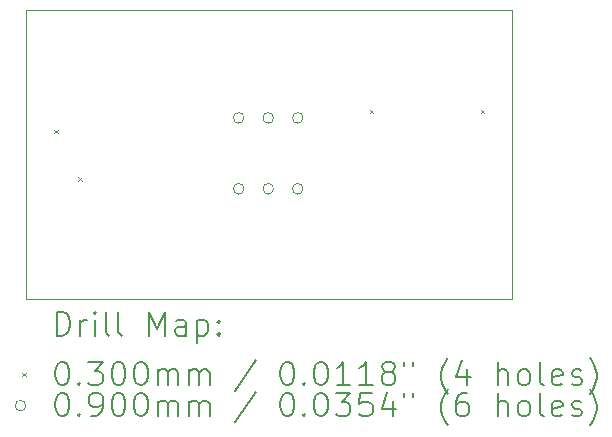
<source format=gbr>
%TF.GenerationSoftware,KiCad,Pcbnew,8.0.8*%
%TF.CreationDate,2025-03-16T01:19:41+08:00*%
%TF.ProjectId,TwoWayAudioSwitch-V1,54776f57-6179-4417-9564-696f53776974,rev?*%
%TF.SameCoordinates,Original*%
%TF.FileFunction,Drillmap*%
%TF.FilePolarity,Positive*%
%FSLAX45Y45*%
G04 Gerber Fmt 4.5, Leading zero omitted, Abs format (unit mm)*
G04 Created by KiCad (PCBNEW 8.0.8) date 2025-03-16 01:19:41*
%MOMM*%
%LPD*%
G01*
G04 APERTURE LIST*
%ADD10C,0.050000*%
%ADD11C,0.200000*%
%ADD12C,0.100000*%
G04 APERTURE END LIST*
D10*
X11017250Y-6301740D02*
X15129510Y-6301740D01*
X15129510Y-8742680D01*
X11017250Y-8742680D01*
X11017250Y-6301740D01*
D11*
D12*
X11254780Y-7312900D02*
X11284780Y-7342900D01*
X11284780Y-7312900D02*
X11254780Y-7342900D01*
X11458180Y-7714220D02*
X11488180Y-7744220D01*
X11488180Y-7714220D02*
X11458180Y-7744220D01*
X13927060Y-7142720D02*
X13957060Y-7172720D01*
X13957060Y-7142720D02*
X13927060Y-7172720D01*
X14866180Y-7143560D02*
X14896180Y-7173560D01*
X14896180Y-7143560D02*
X14866180Y-7173560D01*
X12862220Y-7213600D02*
G75*
G02*
X12772220Y-7213600I-45000J0D01*
G01*
X12772220Y-7213600D02*
G75*
G02*
X12862220Y-7213600I45000J0D01*
G01*
X12862220Y-7813600D02*
G75*
G02*
X12772220Y-7813600I-45000J0D01*
G01*
X12772220Y-7813600D02*
G75*
G02*
X12862220Y-7813600I45000J0D01*
G01*
X13112220Y-7213600D02*
G75*
G02*
X13022220Y-7213600I-45000J0D01*
G01*
X13022220Y-7213600D02*
G75*
G02*
X13112220Y-7213600I45000J0D01*
G01*
X13112220Y-7813600D02*
G75*
G02*
X13022220Y-7813600I-45000J0D01*
G01*
X13022220Y-7813600D02*
G75*
G02*
X13112220Y-7813600I45000J0D01*
G01*
X13362220Y-7213600D02*
G75*
G02*
X13272220Y-7213600I-45000J0D01*
G01*
X13272220Y-7213600D02*
G75*
G02*
X13362220Y-7213600I45000J0D01*
G01*
X13362220Y-7813600D02*
G75*
G02*
X13272220Y-7813600I-45000J0D01*
G01*
X13272220Y-7813600D02*
G75*
G02*
X13362220Y-7813600I45000J0D01*
G01*
D11*
X11275527Y-9056664D02*
X11275527Y-8856664D01*
X11275527Y-8856664D02*
X11323146Y-8856664D01*
X11323146Y-8856664D02*
X11351717Y-8866188D01*
X11351717Y-8866188D02*
X11370765Y-8885235D01*
X11370765Y-8885235D02*
X11380289Y-8904283D01*
X11380289Y-8904283D02*
X11389812Y-8942378D01*
X11389812Y-8942378D02*
X11389812Y-8970950D01*
X11389812Y-8970950D02*
X11380289Y-9009045D01*
X11380289Y-9009045D02*
X11370765Y-9028092D01*
X11370765Y-9028092D02*
X11351717Y-9047140D01*
X11351717Y-9047140D02*
X11323146Y-9056664D01*
X11323146Y-9056664D02*
X11275527Y-9056664D01*
X11475527Y-9056664D02*
X11475527Y-8923330D01*
X11475527Y-8961426D02*
X11485051Y-8942378D01*
X11485051Y-8942378D02*
X11494574Y-8932854D01*
X11494574Y-8932854D02*
X11513622Y-8923330D01*
X11513622Y-8923330D02*
X11532670Y-8923330D01*
X11599336Y-9056664D02*
X11599336Y-8923330D01*
X11599336Y-8856664D02*
X11589812Y-8866188D01*
X11589812Y-8866188D02*
X11599336Y-8875711D01*
X11599336Y-8875711D02*
X11608860Y-8866188D01*
X11608860Y-8866188D02*
X11599336Y-8856664D01*
X11599336Y-8856664D02*
X11599336Y-8875711D01*
X11723146Y-9056664D02*
X11704098Y-9047140D01*
X11704098Y-9047140D02*
X11694574Y-9028092D01*
X11694574Y-9028092D02*
X11694574Y-8856664D01*
X11827908Y-9056664D02*
X11808860Y-9047140D01*
X11808860Y-9047140D02*
X11799336Y-9028092D01*
X11799336Y-9028092D02*
X11799336Y-8856664D01*
X12056479Y-9056664D02*
X12056479Y-8856664D01*
X12056479Y-8856664D02*
X12123146Y-8999521D01*
X12123146Y-8999521D02*
X12189812Y-8856664D01*
X12189812Y-8856664D02*
X12189812Y-9056664D01*
X12370765Y-9056664D02*
X12370765Y-8951902D01*
X12370765Y-8951902D02*
X12361241Y-8932854D01*
X12361241Y-8932854D02*
X12342193Y-8923330D01*
X12342193Y-8923330D02*
X12304098Y-8923330D01*
X12304098Y-8923330D02*
X12285051Y-8932854D01*
X12370765Y-9047140D02*
X12351717Y-9056664D01*
X12351717Y-9056664D02*
X12304098Y-9056664D01*
X12304098Y-9056664D02*
X12285051Y-9047140D01*
X12285051Y-9047140D02*
X12275527Y-9028092D01*
X12275527Y-9028092D02*
X12275527Y-9009045D01*
X12275527Y-9009045D02*
X12285051Y-8989997D01*
X12285051Y-8989997D02*
X12304098Y-8980473D01*
X12304098Y-8980473D02*
X12351717Y-8980473D01*
X12351717Y-8980473D02*
X12370765Y-8970950D01*
X12466003Y-8923330D02*
X12466003Y-9123330D01*
X12466003Y-8932854D02*
X12485051Y-8923330D01*
X12485051Y-8923330D02*
X12523146Y-8923330D01*
X12523146Y-8923330D02*
X12542193Y-8932854D01*
X12542193Y-8932854D02*
X12551717Y-8942378D01*
X12551717Y-8942378D02*
X12561241Y-8961426D01*
X12561241Y-8961426D02*
X12561241Y-9018569D01*
X12561241Y-9018569D02*
X12551717Y-9037616D01*
X12551717Y-9037616D02*
X12542193Y-9047140D01*
X12542193Y-9047140D02*
X12523146Y-9056664D01*
X12523146Y-9056664D02*
X12485051Y-9056664D01*
X12485051Y-9056664D02*
X12466003Y-9047140D01*
X12646955Y-9037616D02*
X12656479Y-9047140D01*
X12656479Y-9047140D02*
X12646955Y-9056664D01*
X12646955Y-9056664D02*
X12637432Y-9047140D01*
X12637432Y-9047140D02*
X12646955Y-9037616D01*
X12646955Y-9037616D02*
X12646955Y-9056664D01*
X12646955Y-8932854D02*
X12656479Y-8942378D01*
X12656479Y-8942378D02*
X12646955Y-8951902D01*
X12646955Y-8951902D02*
X12637432Y-8942378D01*
X12637432Y-8942378D02*
X12646955Y-8932854D01*
X12646955Y-8932854D02*
X12646955Y-8951902D01*
D12*
X10984750Y-9370180D02*
X11014750Y-9400180D01*
X11014750Y-9370180D02*
X10984750Y-9400180D01*
D11*
X11313622Y-9276664D02*
X11332670Y-9276664D01*
X11332670Y-9276664D02*
X11351717Y-9286188D01*
X11351717Y-9286188D02*
X11361241Y-9295711D01*
X11361241Y-9295711D02*
X11370765Y-9314759D01*
X11370765Y-9314759D02*
X11380289Y-9352854D01*
X11380289Y-9352854D02*
X11380289Y-9400473D01*
X11380289Y-9400473D02*
X11370765Y-9438569D01*
X11370765Y-9438569D02*
X11361241Y-9457616D01*
X11361241Y-9457616D02*
X11351717Y-9467140D01*
X11351717Y-9467140D02*
X11332670Y-9476664D01*
X11332670Y-9476664D02*
X11313622Y-9476664D01*
X11313622Y-9476664D02*
X11294574Y-9467140D01*
X11294574Y-9467140D02*
X11285051Y-9457616D01*
X11285051Y-9457616D02*
X11275527Y-9438569D01*
X11275527Y-9438569D02*
X11266003Y-9400473D01*
X11266003Y-9400473D02*
X11266003Y-9352854D01*
X11266003Y-9352854D02*
X11275527Y-9314759D01*
X11275527Y-9314759D02*
X11285051Y-9295711D01*
X11285051Y-9295711D02*
X11294574Y-9286188D01*
X11294574Y-9286188D02*
X11313622Y-9276664D01*
X11466003Y-9457616D02*
X11475527Y-9467140D01*
X11475527Y-9467140D02*
X11466003Y-9476664D01*
X11466003Y-9476664D02*
X11456479Y-9467140D01*
X11456479Y-9467140D02*
X11466003Y-9457616D01*
X11466003Y-9457616D02*
X11466003Y-9476664D01*
X11542193Y-9276664D02*
X11666003Y-9276664D01*
X11666003Y-9276664D02*
X11599336Y-9352854D01*
X11599336Y-9352854D02*
X11627908Y-9352854D01*
X11627908Y-9352854D02*
X11646955Y-9362378D01*
X11646955Y-9362378D02*
X11656479Y-9371902D01*
X11656479Y-9371902D02*
X11666003Y-9390950D01*
X11666003Y-9390950D02*
X11666003Y-9438569D01*
X11666003Y-9438569D02*
X11656479Y-9457616D01*
X11656479Y-9457616D02*
X11646955Y-9467140D01*
X11646955Y-9467140D02*
X11627908Y-9476664D01*
X11627908Y-9476664D02*
X11570765Y-9476664D01*
X11570765Y-9476664D02*
X11551717Y-9467140D01*
X11551717Y-9467140D02*
X11542193Y-9457616D01*
X11789812Y-9276664D02*
X11808860Y-9276664D01*
X11808860Y-9276664D02*
X11827908Y-9286188D01*
X11827908Y-9286188D02*
X11837432Y-9295711D01*
X11837432Y-9295711D02*
X11846955Y-9314759D01*
X11846955Y-9314759D02*
X11856479Y-9352854D01*
X11856479Y-9352854D02*
X11856479Y-9400473D01*
X11856479Y-9400473D02*
X11846955Y-9438569D01*
X11846955Y-9438569D02*
X11837432Y-9457616D01*
X11837432Y-9457616D02*
X11827908Y-9467140D01*
X11827908Y-9467140D02*
X11808860Y-9476664D01*
X11808860Y-9476664D02*
X11789812Y-9476664D01*
X11789812Y-9476664D02*
X11770765Y-9467140D01*
X11770765Y-9467140D02*
X11761241Y-9457616D01*
X11761241Y-9457616D02*
X11751717Y-9438569D01*
X11751717Y-9438569D02*
X11742193Y-9400473D01*
X11742193Y-9400473D02*
X11742193Y-9352854D01*
X11742193Y-9352854D02*
X11751717Y-9314759D01*
X11751717Y-9314759D02*
X11761241Y-9295711D01*
X11761241Y-9295711D02*
X11770765Y-9286188D01*
X11770765Y-9286188D02*
X11789812Y-9276664D01*
X11980289Y-9276664D02*
X11999336Y-9276664D01*
X11999336Y-9276664D02*
X12018384Y-9286188D01*
X12018384Y-9286188D02*
X12027908Y-9295711D01*
X12027908Y-9295711D02*
X12037432Y-9314759D01*
X12037432Y-9314759D02*
X12046955Y-9352854D01*
X12046955Y-9352854D02*
X12046955Y-9400473D01*
X12046955Y-9400473D02*
X12037432Y-9438569D01*
X12037432Y-9438569D02*
X12027908Y-9457616D01*
X12027908Y-9457616D02*
X12018384Y-9467140D01*
X12018384Y-9467140D02*
X11999336Y-9476664D01*
X11999336Y-9476664D02*
X11980289Y-9476664D01*
X11980289Y-9476664D02*
X11961241Y-9467140D01*
X11961241Y-9467140D02*
X11951717Y-9457616D01*
X11951717Y-9457616D02*
X11942193Y-9438569D01*
X11942193Y-9438569D02*
X11932670Y-9400473D01*
X11932670Y-9400473D02*
X11932670Y-9352854D01*
X11932670Y-9352854D02*
X11942193Y-9314759D01*
X11942193Y-9314759D02*
X11951717Y-9295711D01*
X11951717Y-9295711D02*
X11961241Y-9286188D01*
X11961241Y-9286188D02*
X11980289Y-9276664D01*
X12132670Y-9476664D02*
X12132670Y-9343330D01*
X12132670Y-9362378D02*
X12142193Y-9352854D01*
X12142193Y-9352854D02*
X12161241Y-9343330D01*
X12161241Y-9343330D02*
X12189813Y-9343330D01*
X12189813Y-9343330D02*
X12208860Y-9352854D01*
X12208860Y-9352854D02*
X12218384Y-9371902D01*
X12218384Y-9371902D02*
X12218384Y-9476664D01*
X12218384Y-9371902D02*
X12227908Y-9352854D01*
X12227908Y-9352854D02*
X12246955Y-9343330D01*
X12246955Y-9343330D02*
X12275527Y-9343330D01*
X12275527Y-9343330D02*
X12294574Y-9352854D01*
X12294574Y-9352854D02*
X12304098Y-9371902D01*
X12304098Y-9371902D02*
X12304098Y-9476664D01*
X12399336Y-9476664D02*
X12399336Y-9343330D01*
X12399336Y-9362378D02*
X12408860Y-9352854D01*
X12408860Y-9352854D02*
X12427908Y-9343330D01*
X12427908Y-9343330D02*
X12456479Y-9343330D01*
X12456479Y-9343330D02*
X12475527Y-9352854D01*
X12475527Y-9352854D02*
X12485051Y-9371902D01*
X12485051Y-9371902D02*
X12485051Y-9476664D01*
X12485051Y-9371902D02*
X12494574Y-9352854D01*
X12494574Y-9352854D02*
X12513622Y-9343330D01*
X12513622Y-9343330D02*
X12542193Y-9343330D01*
X12542193Y-9343330D02*
X12561241Y-9352854D01*
X12561241Y-9352854D02*
X12570765Y-9371902D01*
X12570765Y-9371902D02*
X12570765Y-9476664D01*
X12961241Y-9267140D02*
X12789813Y-9524283D01*
X13218384Y-9276664D02*
X13237432Y-9276664D01*
X13237432Y-9276664D02*
X13256479Y-9286188D01*
X13256479Y-9286188D02*
X13266003Y-9295711D01*
X13266003Y-9295711D02*
X13275527Y-9314759D01*
X13275527Y-9314759D02*
X13285051Y-9352854D01*
X13285051Y-9352854D02*
X13285051Y-9400473D01*
X13285051Y-9400473D02*
X13275527Y-9438569D01*
X13275527Y-9438569D02*
X13266003Y-9457616D01*
X13266003Y-9457616D02*
X13256479Y-9467140D01*
X13256479Y-9467140D02*
X13237432Y-9476664D01*
X13237432Y-9476664D02*
X13218384Y-9476664D01*
X13218384Y-9476664D02*
X13199336Y-9467140D01*
X13199336Y-9467140D02*
X13189813Y-9457616D01*
X13189813Y-9457616D02*
X13180289Y-9438569D01*
X13180289Y-9438569D02*
X13170765Y-9400473D01*
X13170765Y-9400473D02*
X13170765Y-9352854D01*
X13170765Y-9352854D02*
X13180289Y-9314759D01*
X13180289Y-9314759D02*
X13189813Y-9295711D01*
X13189813Y-9295711D02*
X13199336Y-9286188D01*
X13199336Y-9286188D02*
X13218384Y-9276664D01*
X13370765Y-9457616D02*
X13380289Y-9467140D01*
X13380289Y-9467140D02*
X13370765Y-9476664D01*
X13370765Y-9476664D02*
X13361241Y-9467140D01*
X13361241Y-9467140D02*
X13370765Y-9457616D01*
X13370765Y-9457616D02*
X13370765Y-9476664D01*
X13504098Y-9276664D02*
X13523146Y-9276664D01*
X13523146Y-9276664D02*
X13542194Y-9286188D01*
X13542194Y-9286188D02*
X13551717Y-9295711D01*
X13551717Y-9295711D02*
X13561241Y-9314759D01*
X13561241Y-9314759D02*
X13570765Y-9352854D01*
X13570765Y-9352854D02*
X13570765Y-9400473D01*
X13570765Y-9400473D02*
X13561241Y-9438569D01*
X13561241Y-9438569D02*
X13551717Y-9457616D01*
X13551717Y-9457616D02*
X13542194Y-9467140D01*
X13542194Y-9467140D02*
X13523146Y-9476664D01*
X13523146Y-9476664D02*
X13504098Y-9476664D01*
X13504098Y-9476664D02*
X13485051Y-9467140D01*
X13485051Y-9467140D02*
X13475527Y-9457616D01*
X13475527Y-9457616D02*
X13466003Y-9438569D01*
X13466003Y-9438569D02*
X13456479Y-9400473D01*
X13456479Y-9400473D02*
X13456479Y-9352854D01*
X13456479Y-9352854D02*
X13466003Y-9314759D01*
X13466003Y-9314759D02*
X13475527Y-9295711D01*
X13475527Y-9295711D02*
X13485051Y-9286188D01*
X13485051Y-9286188D02*
X13504098Y-9276664D01*
X13761241Y-9476664D02*
X13646956Y-9476664D01*
X13704098Y-9476664D02*
X13704098Y-9276664D01*
X13704098Y-9276664D02*
X13685051Y-9305235D01*
X13685051Y-9305235D02*
X13666003Y-9324283D01*
X13666003Y-9324283D02*
X13646956Y-9333807D01*
X13951717Y-9476664D02*
X13837432Y-9476664D01*
X13894575Y-9476664D02*
X13894575Y-9276664D01*
X13894575Y-9276664D02*
X13875527Y-9305235D01*
X13875527Y-9305235D02*
X13856479Y-9324283D01*
X13856479Y-9324283D02*
X13837432Y-9333807D01*
X14066003Y-9362378D02*
X14046956Y-9352854D01*
X14046956Y-9352854D02*
X14037432Y-9343330D01*
X14037432Y-9343330D02*
X14027908Y-9324283D01*
X14027908Y-9324283D02*
X14027908Y-9314759D01*
X14027908Y-9314759D02*
X14037432Y-9295711D01*
X14037432Y-9295711D02*
X14046956Y-9286188D01*
X14046956Y-9286188D02*
X14066003Y-9276664D01*
X14066003Y-9276664D02*
X14104098Y-9276664D01*
X14104098Y-9276664D02*
X14123146Y-9286188D01*
X14123146Y-9286188D02*
X14132670Y-9295711D01*
X14132670Y-9295711D02*
X14142194Y-9314759D01*
X14142194Y-9314759D02*
X14142194Y-9324283D01*
X14142194Y-9324283D02*
X14132670Y-9343330D01*
X14132670Y-9343330D02*
X14123146Y-9352854D01*
X14123146Y-9352854D02*
X14104098Y-9362378D01*
X14104098Y-9362378D02*
X14066003Y-9362378D01*
X14066003Y-9362378D02*
X14046956Y-9371902D01*
X14046956Y-9371902D02*
X14037432Y-9381426D01*
X14037432Y-9381426D02*
X14027908Y-9400473D01*
X14027908Y-9400473D02*
X14027908Y-9438569D01*
X14027908Y-9438569D02*
X14037432Y-9457616D01*
X14037432Y-9457616D02*
X14046956Y-9467140D01*
X14046956Y-9467140D02*
X14066003Y-9476664D01*
X14066003Y-9476664D02*
X14104098Y-9476664D01*
X14104098Y-9476664D02*
X14123146Y-9467140D01*
X14123146Y-9467140D02*
X14132670Y-9457616D01*
X14132670Y-9457616D02*
X14142194Y-9438569D01*
X14142194Y-9438569D02*
X14142194Y-9400473D01*
X14142194Y-9400473D02*
X14132670Y-9381426D01*
X14132670Y-9381426D02*
X14123146Y-9371902D01*
X14123146Y-9371902D02*
X14104098Y-9362378D01*
X14218384Y-9276664D02*
X14218384Y-9314759D01*
X14294575Y-9276664D02*
X14294575Y-9314759D01*
X14589813Y-9552854D02*
X14580289Y-9543330D01*
X14580289Y-9543330D02*
X14561241Y-9514759D01*
X14561241Y-9514759D02*
X14551718Y-9495711D01*
X14551718Y-9495711D02*
X14542194Y-9467140D01*
X14542194Y-9467140D02*
X14532670Y-9419521D01*
X14532670Y-9419521D02*
X14532670Y-9381426D01*
X14532670Y-9381426D02*
X14542194Y-9333807D01*
X14542194Y-9333807D02*
X14551718Y-9305235D01*
X14551718Y-9305235D02*
X14561241Y-9286188D01*
X14561241Y-9286188D02*
X14580289Y-9257616D01*
X14580289Y-9257616D02*
X14589813Y-9248092D01*
X14751718Y-9343330D02*
X14751718Y-9476664D01*
X14704098Y-9267140D02*
X14656479Y-9409997D01*
X14656479Y-9409997D02*
X14780289Y-9409997D01*
X15008860Y-9476664D02*
X15008860Y-9276664D01*
X15094575Y-9476664D02*
X15094575Y-9371902D01*
X15094575Y-9371902D02*
X15085051Y-9352854D01*
X15085051Y-9352854D02*
X15066003Y-9343330D01*
X15066003Y-9343330D02*
X15037432Y-9343330D01*
X15037432Y-9343330D02*
X15018384Y-9352854D01*
X15018384Y-9352854D02*
X15008860Y-9362378D01*
X15218384Y-9476664D02*
X15199337Y-9467140D01*
X15199337Y-9467140D02*
X15189813Y-9457616D01*
X15189813Y-9457616D02*
X15180289Y-9438569D01*
X15180289Y-9438569D02*
X15180289Y-9381426D01*
X15180289Y-9381426D02*
X15189813Y-9362378D01*
X15189813Y-9362378D02*
X15199337Y-9352854D01*
X15199337Y-9352854D02*
X15218384Y-9343330D01*
X15218384Y-9343330D02*
X15246956Y-9343330D01*
X15246956Y-9343330D02*
X15266003Y-9352854D01*
X15266003Y-9352854D02*
X15275527Y-9362378D01*
X15275527Y-9362378D02*
X15285051Y-9381426D01*
X15285051Y-9381426D02*
X15285051Y-9438569D01*
X15285051Y-9438569D02*
X15275527Y-9457616D01*
X15275527Y-9457616D02*
X15266003Y-9467140D01*
X15266003Y-9467140D02*
X15246956Y-9476664D01*
X15246956Y-9476664D02*
X15218384Y-9476664D01*
X15399337Y-9476664D02*
X15380289Y-9467140D01*
X15380289Y-9467140D02*
X15370765Y-9448092D01*
X15370765Y-9448092D02*
X15370765Y-9276664D01*
X15551718Y-9467140D02*
X15532670Y-9476664D01*
X15532670Y-9476664D02*
X15494575Y-9476664D01*
X15494575Y-9476664D02*
X15475527Y-9467140D01*
X15475527Y-9467140D02*
X15466003Y-9448092D01*
X15466003Y-9448092D02*
X15466003Y-9371902D01*
X15466003Y-9371902D02*
X15475527Y-9352854D01*
X15475527Y-9352854D02*
X15494575Y-9343330D01*
X15494575Y-9343330D02*
X15532670Y-9343330D01*
X15532670Y-9343330D02*
X15551718Y-9352854D01*
X15551718Y-9352854D02*
X15561241Y-9371902D01*
X15561241Y-9371902D02*
X15561241Y-9390950D01*
X15561241Y-9390950D02*
X15466003Y-9409997D01*
X15637432Y-9467140D02*
X15656480Y-9476664D01*
X15656480Y-9476664D02*
X15694575Y-9476664D01*
X15694575Y-9476664D02*
X15713622Y-9467140D01*
X15713622Y-9467140D02*
X15723146Y-9448092D01*
X15723146Y-9448092D02*
X15723146Y-9438569D01*
X15723146Y-9438569D02*
X15713622Y-9419521D01*
X15713622Y-9419521D02*
X15694575Y-9409997D01*
X15694575Y-9409997D02*
X15666003Y-9409997D01*
X15666003Y-9409997D02*
X15646956Y-9400473D01*
X15646956Y-9400473D02*
X15637432Y-9381426D01*
X15637432Y-9381426D02*
X15637432Y-9371902D01*
X15637432Y-9371902D02*
X15646956Y-9352854D01*
X15646956Y-9352854D02*
X15666003Y-9343330D01*
X15666003Y-9343330D02*
X15694575Y-9343330D01*
X15694575Y-9343330D02*
X15713622Y-9352854D01*
X15789813Y-9552854D02*
X15799337Y-9543330D01*
X15799337Y-9543330D02*
X15818384Y-9514759D01*
X15818384Y-9514759D02*
X15827908Y-9495711D01*
X15827908Y-9495711D02*
X15837432Y-9467140D01*
X15837432Y-9467140D02*
X15846956Y-9419521D01*
X15846956Y-9419521D02*
X15846956Y-9381426D01*
X15846956Y-9381426D02*
X15837432Y-9333807D01*
X15837432Y-9333807D02*
X15827908Y-9305235D01*
X15827908Y-9305235D02*
X15818384Y-9286188D01*
X15818384Y-9286188D02*
X15799337Y-9257616D01*
X15799337Y-9257616D02*
X15789813Y-9248092D01*
D12*
X11014750Y-9649180D02*
G75*
G02*
X10924750Y-9649180I-45000J0D01*
G01*
X10924750Y-9649180D02*
G75*
G02*
X11014750Y-9649180I45000J0D01*
G01*
D11*
X11313622Y-9540664D02*
X11332670Y-9540664D01*
X11332670Y-9540664D02*
X11351717Y-9550188D01*
X11351717Y-9550188D02*
X11361241Y-9559711D01*
X11361241Y-9559711D02*
X11370765Y-9578759D01*
X11370765Y-9578759D02*
X11380289Y-9616854D01*
X11380289Y-9616854D02*
X11380289Y-9664473D01*
X11380289Y-9664473D02*
X11370765Y-9702569D01*
X11370765Y-9702569D02*
X11361241Y-9721616D01*
X11361241Y-9721616D02*
X11351717Y-9731140D01*
X11351717Y-9731140D02*
X11332670Y-9740664D01*
X11332670Y-9740664D02*
X11313622Y-9740664D01*
X11313622Y-9740664D02*
X11294574Y-9731140D01*
X11294574Y-9731140D02*
X11285051Y-9721616D01*
X11285051Y-9721616D02*
X11275527Y-9702569D01*
X11275527Y-9702569D02*
X11266003Y-9664473D01*
X11266003Y-9664473D02*
X11266003Y-9616854D01*
X11266003Y-9616854D02*
X11275527Y-9578759D01*
X11275527Y-9578759D02*
X11285051Y-9559711D01*
X11285051Y-9559711D02*
X11294574Y-9550188D01*
X11294574Y-9550188D02*
X11313622Y-9540664D01*
X11466003Y-9721616D02*
X11475527Y-9731140D01*
X11475527Y-9731140D02*
X11466003Y-9740664D01*
X11466003Y-9740664D02*
X11456479Y-9731140D01*
X11456479Y-9731140D02*
X11466003Y-9721616D01*
X11466003Y-9721616D02*
X11466003Y-9740664D01*
X11570765Y-9740664D02*
X11608860Y-9740664D01*
X11608860Y-9740664D02*
X11627908Y-9731140D01*
X11627908Y-9731140D02*
X11637432Y-9721616D01*
X11637432Y-9721616D02*
X11656479Y-9693045D01*
X11656479Y-9693045D02*
X11666003Y-9654950D01*
X11666003Y-9654950D02*
X11666003Y-9578759D01*
X11666003Y-9578759D02*
X11656479Y-9559711D01*
X11656479Y-9559711D02*
X11646955Y-9550188D01*
X11646955Y-9550188D02*
X11627908Y-9540664D01*
X11627908Y-9540664D02*
X11589812Y-9540664D01*
X11589812Y-9540664D02*
X11570765Y-9550188D01*
X11570765Y-9550188D02*
X11561241Y-9559711D01*
X11561241Y-9559711D02*
X11551717Y-9578759D01*
X11551717Y-9578759D02*
X11551717Y-9626378D01*
X11551717Y-9626378D02*
X11561241Y-9645426D01*
X11561241Y-9645426D02*
X11570765Y-9654950D01*
X11570765Y-9654950D02*
X11589812Y-9664473D01*
X11589812Y-9664473D02*
X11627908Y-9664473D01*
X11627908Y-9664473D02*
X11646955Y-9654950D01*
X11646955Y-9654950D02*
X11656479Y-9645426D01*
X11656479Y-9645426D02*
X11666003Y-9626378D01*
X11789812Y-9540664D02*
X11808860Y-9540664D01*
X11808860Y-9540664D02*
X11827908Y-9550188D01*
X11827908Y-9550188D02*
X11837432Y-9559711D01*
X11837432Y-9559711D02*
X11846955Y-9578759D01*
X11846955Y-9578759D02*
X11856479Y-9616854D01*
X11856479Y-9616854D02*
X11856479Y-9664473D01*
X11856479Y-9664473D02*
X11846955Y-9702569D01*
X11846955Y-9702569D02*
X11837432Y-9721616D01*
X11837432Y-9721616D02*
X11827908Y-9731140D01*
X11827908Y-9731140D02*
X11808860Y-9740664D01*
X11808860Y-9740664D02*
X11789812Y-9740664D01*
X11789812Y-9740664D02*
X11770765Y-9731140D01*
X11770765Y-9731140D02*
X11761241Y-9721616D01*
X11761241Y-9721616D02*
X11751717Y-9702569D01*
X11751717Y-9702569D02*
X11742193Y-9664473D01*
X11742193Y-9664473D02*
X11742193Y-9616854D01*
X11742193Y-9616854D02*
X11751717Y-9578759D01*
X11751717Y-9578759D02*
X11761241Y-9559711D01*
X11761241Y-9559711D02*
X11770765Y-9550188D01*
X11770765Y-9550188D02*
X11789812Y-9540664D01*
X11980289Y-9540664D02*
X11999336Y-9540664D01*
X11999336Y-9540664D02*
X12018384Y-9550188D01*
X12018384Y-9550188D02*
X12027908Y-9559711D01*
X12027908Y-9559711D02*
X12037432Y-9578759D01*
X12037432Y-9578759D02*
X12046955Y-9616854D01*
X12046955Y-9616854D02*
X12046955Y-9664473D01*
X12046955Y-9664473D02*
X12037432Y-9702569D01*
X12037432Y-9702569D02*
X12027908Y-9721616D01*
X12027908Y-9721616D02*
X12018384Y-9731140D01*
X12018384Y-9731140D02*
X11999336Y-9740664D01*
X11999336Y-9740664D02*
X11980289Y-9740664D01*
X11980289Y-9740664D02*
X11961241Y-9731140D01*
X11961241Y-9731140D02*
X11951717Y-9721616D01*
X11951717Y-9721616D02*
X11942193Y-9702569D01*
X11942193Y-9702569D02*
X11932670Y-9664473D01*
X11932670Y-9664473D02*
X11932670Y-9616854D01*
X11932670Y-9616854D02*
X11942193Y-9578759D01*
X11942193Y-9578759D02*
X11951717Y-9559711D01*
X11951717Y-9559711D02*
X11961241Y-9550188D01*
X11961241Y-9550188D02*
X11980289Y-9540664D01*
X12132670Y-9740664D02*
X12132670Y-9607330D01*
X12132670Y-9626378D02*
X12142193Y-9616854D01*
X12142193Y-9616854D02*
X12161241Y-9607330D01*
X12161241Y-9607330D02*
X12189813Y-9607330D01*
X12189813Y-9607330D02*
X12208860Y-9616854D01*
X12208860Y-9616854D02*
X12218384Y-9635902D01*
X12218384Y-9635902D02*
X12218384Y-9740664D01*
X12218384Y-9635902D02*
X12227908Y-9616854D01*
X12227908Y-9616854D02*
X12246955Y-9607330D01*
X12246955Y-9607330D02*
X12275527Y-9607330D01*
X12275527Y-9607330D02*
X12294574Y-9616854D01*
X12294574Y-9616854D02*
X12304098Y-9635902D01*
X12304098Y-9635902D02*
X12304098Y-9740664D01*
X12399336Y-9740664D02*
X12399336Y-9607330D01*
X12399336Y-9626378D02*
X12408860Y-9616854D01*
X12408860Y-9616854D02*
X12427908Y-9607330D01*
X12427908Y-9607330D02*
X12456479Y-9607330D01*
X12456479Y-9607330D02*
X12475527Y-9616854D01*
X12475527Y-9616854D02*
X12485051Y-9635902D01*
X12485051Y-9635902D02*
X12485051Y-9740664D01*
X12485051Y-9635902D02*
X12494574Y-9616854D01*
X12494574Y-9616854D02*
X12513622Y-9607330D01*
X12513622Y-9607330D02*
X12542193Y-9607330D01*
X12542193Y-9607330D02*
X12561241Y-9616854D01*
X12561241Y-9616854D02*
X12570765Y-9635902D01*
X12570765Y-9635902D02*
X12570765Y-9740664D01*
X12961241Y-9531140D02*
X12789813Y-9788283D01*
X13218384Y-9540664D02*
X13237432Y-9540664D01*
X13237432Y-9540664D02*
X13256479Y-9550188D01*
X13256479Y-9550188D02*
X13266003Y-9559711D01*
X13266003Y-9559711D02*
X13275527Y-9578759D01*
X13275527Y-9578759D02*
X13285051Y-9616854D01*
X13285051Y-9616854D02*
X13285051Y-9664473D01*
X13285051Y-9664473D02*
X13275527Y-9702569D01*
X13275527Y-9702569D02*
X13266003Y-9721616D01*
X13266003Y-9721616D02*
X13256479Y-9731140D01*
X13256479Y-9731140D02*
X13237432Y-9740664D01*
X13237432Y-9740664D02*
X13218384Y-9740664D01*
X13218384Y-9740664D02*
X13199336Y-9731140D01*
X13199336Y-9731140D02*
X13189813Y-9721616D01*
X13189813Y-9721616D02*
X13180289Y-9702569D01*
X13180289Y-9702569D02*
X13170765Y-9664473D01*
X13170765Y-9664473D02*
X13170765Y-9616854D01*
X13170765Y-9616854D02*
X13180289Y-9578759D01*
X13180289Y-9578759D02*
X13189813Y-9559711D01*
X13189813Y-9559711D02*
X13199336Y-9550188D01*
X13199336Y-9550188D02*
X13218384Y-9540664D01*
X13370765Y-9721616D02*
X13380289Y-9731140D01*
X13380289Y-9731140D02*
X13370765Y-9740664D01*
X13370765Y-9740664D02*
X13361241Y-9731140D01*
X13361241Y-9731140D02*
X13370765Y-9721616D01*
X13370765Y-9721616D02*
X13370765Y-9740664D01*
X13504098Y-9540664D02*
X13523146Y-9540664D01*
X13523146Y-9540664D02*
X13542194Y-9550188D01*
X13542194Y-9550188D02*
X13551717Y-9559711D01*
X13551717Y-9559711D02*
X13561241Y-9578759D01*
X13561241Y-9578759D02*
X13570765Y-9616854D01*
X13570765Y-9616854D02*
X13570765Y-9664473D01*
X13570765Y-9664473D02*
X13561241Y-9702569D01*
X13561241Y-9702569D02*
X13551717Y-9721616D01*
X13551717Y-9721616D02*
X13542194Y-9731140D01*
X13542194Y-9731140D02*
X13523146Y-9740664D01*
X13523146Y-9740664D02*
X13504098Y-9740664D01*
X13504098Y-9740664D02*
X13485051Y-9731140D01*
X13485051Y-9731140D02*
X13475527Y-9721616D01*
X13475527Y-9721616D02*
X13466003Y-9702569D01*
X13466003Y-9702569D02*
X13456479Y-9664473D01*
X13456479Y-9664473D02*
X13456479Y-9616854D01*
X13456479Y-9616854D02*
X13466003Y-9578759D01*
X13466003Y-9578759D02*
X13475527Y-9559711D01*
X13475527Y-9559711D02*
X13485051Y-9550188D01*
X13485051Y-9550188D02*
X13504098Y-9540664D01*
X13637432Y-9540664D02*
X13761241Y-9540664D01*
X13761241Y-9540664D02*
X13694575Y-9616854D01*
X13694575Y-9616854D02*
X13723146Y-9616854D01*
X13723146Y-9616854D02*
X13742194Y-9626378D01*
X13742194Y-9626378D02*
X13751717Y-9635902D01*
X13751717Y-9635902D02*
X13761241Y-9654950D01*
X13761241Y-9654950D02*
X13761241Y-9702569D01*
X13761241Y-9702569D02*
X13751717Y-9721616D01*
X13751717Y-9721616D02*
X13742194Y-9731140D01*
X13742194Y-9731140D02*
X13723146Y-9740664D01*
X13723146Y-9740664D02*
X13666003Y-9740664D01*
X13666003Y-9740664D02*
X13646956Y-9731140D01*
X13646956Y-9731140D02*
X13637432Y-9721616D01*
X13942194Y-9540664D02*
X13846956Y-9540664D01*
X13846956Y-9540664D02*
X13837432Y-9635902D01*
X13837432Y-9635902D02*
X13846956Y-9626378D01*
X13846956Y-9626378D02*
X13866003Y-9616854D01*
X13866003Y-9616854D02*
X13913622Y-9616854D01*
X13913622Y-9616854D02*
X13932670Y-9626378D01*
X13932670Y-9626378D02*
X13942194Y-9635902D01*
X13942194Y-9635902D02*
X13951717Y-9654950D01*
X13951717Y-9654950D02*
X13951717Y-9702569D01*
X13951717Y-9702569D02*
X13942194Y-9721616D01*
X13942194Y-9721616D02*
X13932670Y-9731140D01*
X13932670Y-9731140D02*
X13913622Y-9740664D01*
X13913622Y-9740664D02*
X13866003Y-9740664D01*
X13866003Y-9740664D02*
X13846956Y-9731140D01*
X13846956Y-9731140D02*
X13837432Y-9721616D01*
X14123146Y-9607330D02*
X14123146Y-9740664D01*
X14075527Y-9531140D02*
X14027908Y-9673997D01*
X14027908Y-9673997D02*
X14151717Y-9673997D01*
X14218384Y-9540664D02*
X14218384Y-9578759D01*
X14294575Y-9540664D02*
X14294575Y-9578759D01*
X14589813Y-9816854D02*
X14580289Y-9807330D01*
X14580289Y-9807330D02*
X14561241Y-9778759D01*
X14561241Y-9778759D02*
X14551718Y-9759711D01*
X14551718Y-9759711D02*
X14542194Y-9731140D01*
X14542194Y-9731140D02*
X14532670Y-9683521D01*
X14532670Y-9683521D02*
X14532670Y-9645426D01*
X14532670Y-9645426D02*
X14542194Y-9597807D01*
X14542194Y-9597807D02*
X14551718Y-9569235D01*
X14551718Y-9569235D02*
X14561241Y-9550188D01*
X14561241Y-9550188D02*
X14580289Y-9521616D01*
X14580289Y-9521616D02*
X14589813Y-9512092D01*
X14751718Y-9540664D02*
X14713622Y-9540664D01*
X14713622Y-9540664D02*
X14694575Y-9550188D01*
X14694575Y-9550188D02*
X14685051Y-9559711D01*
X14685051Y-9559711D02*
X14666003Y-9588283D01*
X14666003Y-9588283D02*
X14656479Y-9626378D01*
X14656479Y-9626378D02*
X14656479Y-9702569D01*
X14656479Y-9702569D02*
X14666003Y-9721616D01*
X14666003Y-9721616D02*
X14675527Y-9731140D01*
X14675527Y-9731140D02*
X14694575Y-9740664D01*
X14694575Y-9740664D02*
X14732670Y-9740664D01*
X14732670Y-9740664D02*
X14751718Y-9731140D01*
X14751718Y-9731140D02*
X14761241Y-9721616D01*
X14761241Y-9721616D02*
X14770765Y-9702569D01*
X14770765Y-9702569D02*
X14770765Y-9654950D01*
X14770765Y-9654950D02*
X14761241Y-9635902D01*
X14761241Y-9635902D02*
X14751718Y-9626378D01*
X14751718Y-9626378D02*
X14732670Y-9616854D01*
X14732670Y-9616854D02*
X14694575Y-9616854D01*
X14694575Y-9616854D02*
X14675527Y-9626378D01*
X14675527Y-9626378D02*
X14666003Y-9635902D01*
X14666003Y-9635902D02*
X14656479Y-9654950D01*
X15008860Y-9740664D02*
X15008860Y-9540664D01*
X15094575Y-9740664D02*
X15094575Y-9635902D01*
X15094575Y-9635902D02*
X15085051Y-9616854D01*
X15085051Y-9616854D02*
X15066003Y-9607330D01*
X15066003Y-9607330D02*
X15037432Y-9607330D01*
X15037432Y-9607330D02*
X15018384Y-9616854D01*
X15018384Y-9616854D02*
X15008860Y-9626378D01*
X15218384Y-9740664D02*
X15199337Y-9731140D01*
X15199337Y-9731140D02*
X15189813Y-9721616D01*
X15189813Y-9721616D02*
X15180289Y-9702569D01*
X15180289Y-9702569D02*
X15180289Y-9645426D01*
X15180289Y-9645426D02*
X15189813Y-9626378D01*
X15189813Y-9626378D02*
X15199337Y-9616854D01*
X15199337Y-9616854D02*
X15218384Y-9607330D01*
X15218384Y-9607330D02*
X15246956Y-9607330D01*
X15246956Y-9607330D02*
X15266003Y-9616854D01*
X15266003Y-9616854D02*
X15275527Y-9626378D01*
X15275527Y-9626378D02*
X15285051Y-9645426D01*
X15285051Y-9645426D02*
X15285051Y-9702569D01*
X15285051Y-9702569D02*
X15275527Y-9721616D01*
X15275527Y-9721616D02*
X15266003Y-9731140D01*
X15266003Y-9731140D02*
X15246956Y-9740664D01*
X15246956Y-9740664D02*
X15218384Y-9740664D01*
X15399337Y-9740664D02*
X15380289Y-9731140D01*
X15380289Y-9731140D02*
X15370765Y-9712092D01*
X15370765Y-9712092D02*
X15370765Y-9540664D01*
X15551718Y-9731140D02*
X15532670Y-9740664D01*
X15532670Y-9740664D02*
X15494575Y-9740664D01*
X15494575Y-9740664D02*
X15475527Y-9731140D01*
X15475527Y-9731140D02*
X15466003Y-9712092D01*
X15466003Y-9712092D02*
X15466003Y-9635902D01*
X15466003Y-9635902D02*
X15475527Y-9616854D01*
X15475527Y-9616854D02*
X15494575Y-9607330D01*
X15494575Y-9607330D02*
X15532670Y-9607330D01*
X15532670Y-9607330D02*
X15551718Y-9616854D01*
X15551718Y-9616854D02*
X15561241Y-9635902D01*
X15561241Y-9635902D02*
X15561241Y-9654950D01*
X15561241Y-9654950D02*
X15466003Y-9673997D01*
X15637432Y-9731140D02*
X15656480Y-9740664D01*
X15656480Y-9740664D02*
X15694575Y-9740664D01*
X15694575Y-9740664D02*
X15713622Y-9731140D01*
X15713622Y-9731140D02*
X15723146Y-9712092D01*
X15723146Y-9712092D02*
X15723146Y-9702569D01*
X15723146Y-9702569D02*
X15713622Y-9683521D01*
X15713622Y-9683521D02*
X15694575Y-9673997D01*
X15694575Y-9673997D02*
X15666003Y-9673997D01*
X15666003Y-9673997D02*
X15646956Y-9664473D01*
X15646956Y-9664473D02*
X15637432Y-9645426D01*
X15637432Y-9645426D02*
X15637432Y-9635902D01*
X15637432Y-9635902D02*
X15646956Y-9616854D01*
X15646956Y-9616854D02*
X15666003Y-9607330D01*
X15666003Y-9607330D02*
X15694575Y-9607330D01*
X15694575Y-9607330D02*
X15713622Y-9616854D01*
X15789813Y-9816854D02*
X15799337Y-9807330D01*
X15799337Y-9807330D02*
X15818384Y-9778759D01*
X15818384Y-9778759D02*
X15827908Y-9759711D01*
X15827908Y-9759711D02*
X15837432Y-9731140D01*
X15837432Y-9731140D02*
X15846956Y-9683521D01*
X15846956Y-9683521D02*
X15846956Y-9645426D01*
X15846956Y-9645426D02*
X15837432Y-9597807D01*
X15837432Y-9597807D02*
X15827908Y-9569235D01*
X15827908Y-9569235D02*
X15818384Y-9550188D01*
X15818384Y-9550188D02*
X15799337Y-9521616D01*
X15799337Y-9521616D02*
X15789813Y-9512092D01*
M02*

</source>
